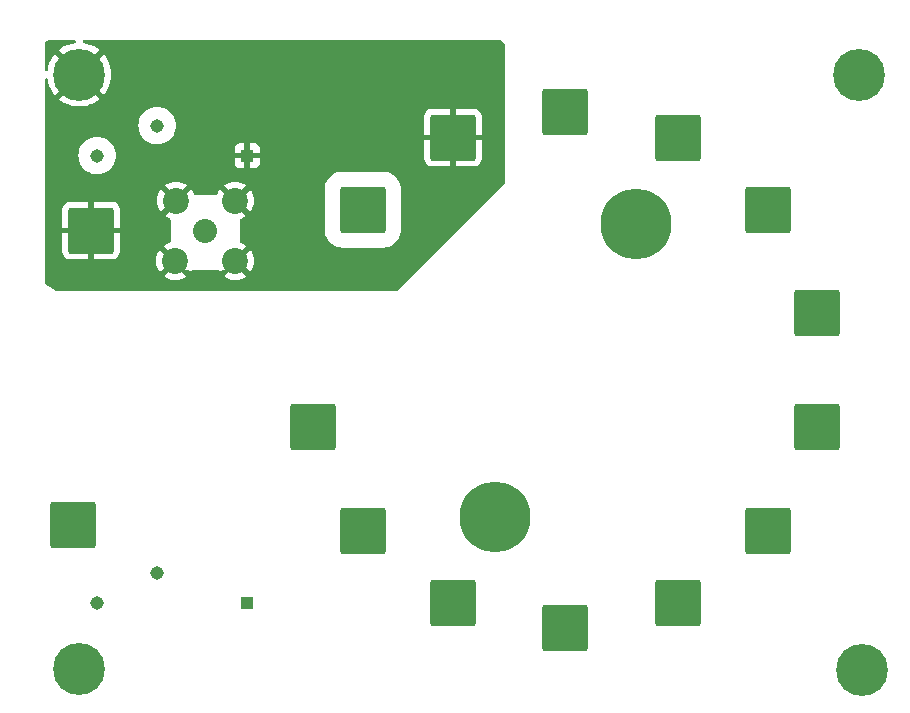
<source format=gbr>
%TF.GenerationSoftware,KiCad,Pcbnew,7.0.2-27-g7a50654f3b*%
%TF.CreationDate,2023-06-01T09:40:15-07:00*%
%TF.ProjectId,14_pin_pmt_Rev2,31345f70-696e-45f7-906d-745f52657632,rev?*%
%TF.SameCoordinates,Original*%
%TF.FileFunction,Copper,L2,Bot*%
%TF.FilePolarity,Positive*%
%FSLAX46Y46*%
G04 Gerber Fmt 4.6, Leading zero omitted, Abs format (unit mm)*
G04 Created by KiCad (PCBNEW 7.0.2-27-g7a50654f3b) date 2023-06-01 09:40:15*
%MOMM*%
%LPD*%
G01*
G04 APERTURE LIST*
G04 Aperture macros list*
%AMRoundRect*
0 Rectangle with rounded corners*
0 $1 Rounding radius*
0 $2 $3 $4 $5 $6 $7 $8 $9 X,Y pos of 4 corners*
0 Add a 4 corners polygon primitive as box body*
4,1,4,$2,$3,$4,$5,$6,$7,$8,$9,$2,$3,0*
0 Add four circle primitives for the rounded corners*
1,1,$1+$1,$2,$3*
1,1,$1+$1,$4,$5*
1,1,$1+$1,$6,$7*
1,1,$1+$1,$8,$9*
0 Add four rect primitives between the rounded corners*
20,1,$1+$1,$2,$3,$4,$5,0*
20,1,$1+$1,$4,$5,$6,$7,0*
20,1,$1+$1,$6,$7,$8,$9,0*
20,1,$1+$1,$8,$9,$2,$3,0*%
G04 Aperture macros list end*
%TA.AperFunction,ComponentPad*%
%ADD10R,1.140000X1.140000*%
%TD*%
%TA.AperFunction,ComponentPad*%
%ADD11C,1.140000*%
%TD*%
%TA.AperFunction,ComponentPad*%
%ADD12RoundRect,0.250002X-1.699998X-1.699998X1.699998X-1.699998X1.699998X1.699998X-1.699998X1.699998X0*%
%TD*%
%TA.AperFunction,ComponentPad*%
%ADD13C,0.700000*%
%TD*%
%TA.AperFunction,ComponentPad*%
%ADD14C,4.400000*%
%TD*%
%TA.AperFunction,ComponentPad*%
%ADD15C,0.800000*%
%TD*%
%TA.AperFunction,ComponentPad*%
%ADD16C,6.000000*%
%TD*%
%TA.AperFunction,ComponentPad*%
%ADD17C,2.032000*%
%TD*%
%TA.AperFunction,ComponentPad*%
%ADD18C,2.200000*%
%TD*%
G04 APERTURE END LIST*
D10*
%TO.P,POT2,1,1*%
%TO.N,Net-(C2-Pad1)*%
X143256000Y-111760000D03*
D11*
%TO.P,POT2,2,2*%
%TO.N,Net-(J12-Pin_1)*%
X135636000Y-109220000D03*
%TO.P,POT2,3,3*%
X130556000Y-111760000D03*
%TD*%
D12*
%TO.P,J17,1,Pin_1*%
%TO.N,GND*%
X130048000Y-80264000D03*
%TD*%
%TO.P,J14,1,Pin_1*%
%TO.N,GND*%
X160655000Y-72390000D03*
%TD*%
D13*
%TO.P,H3,1,1*%
%TO.N,unconnected-(H3-Pad1)*%
X127382000Y-117348000D03*
X127865274Y-116181274D03*
X127865274Y-118514726D03*
X129032000Y-115698000D03*
D14*
X129032000Y-117348000D03*
D13*
X129032000Y-118998000D03*
X130198726Y-116181274D03*
X130198726Y-118514726D03*
X130682000Y-117348000D03*
%TD*%
D12*
%TO.P,J9,1,Pin_1*%
%TO.N,Net-(J9-Pin_1)*%
X160655000Y-111760000D03*
%TD*%
D13*
%TO.P,H2,1,1*%
%TO.N,unconnected-(H2-Pad1)*%
X193422000Y-67056000D03*
X193905274Y-65889274D03*
X193905274Y-68222726D03*
X195072000Y-65406000D03*
D14*
X195072000Y-67056000D03*
D13*
X195072000Y-68706000D03*
X196238726Y-65889274D03*
X196238726Y-68222726D03*
X196722000Y-67056000D03*
%TD*%
D12*
%TO.P,J12,1,Pin_1*%
%TO.N,Net-(J12-Pin_1)*%
X128524000Y-105156000D03*
%TD*%
D15*
%TO.P,H6,1,1*%
%TO.N,unconnected-(H6-Pad1)*%
X161961000Y-104485000D03*
X162620010Y-102894010D03*
X162620010Y-106075990D03*
X164211000Y-102235000D03*
D16*
X164211000Y-104485000D03*
D15*
X164211000Y-106735000D03*
X165801990Y-102894010D03*
X165801990Y-106075990D03*
X166461000Y-104485000D03*
%TD*%
D12*
%TO.P,J1,1,Pin_1*%
%TO.N,Net-(J1-Pin_1)*%
X170180000Y-70231000D03*
%TD*%
D17*
%TO.P,J15,1,1*%
%TO.N,Net-(C3-Pad1)*%
X139700000Y-80289400D03*
D18*
%TO.P,J15,2,2*%
%TO.N,GND*%
X137160000Y-82829400D03*
%TO.P,J15,3,3*%
X142240000Y-82829400D03*
%TO.P,J15,4,4*%
X142240000Y-77724000D03*
%TO.P,J15,5,5*%
X137236200Y-77724000D03*
%TD*%
D12*
%TO.P,J8,1,Pin_1*%
%TO.N,Net-(J8-Pin_1)*%
X170180000Y-113919000D03*
%TD*%
D15*
%TO.P,H5,1,1*%
%TO.N,unconnected-(H5-Pad1)*%
X173959010Y-79695990D03*
X174618020Y-78105000D03*
X174618020Y-81286980D03*
X176209010Y-77445990D03*
D16*
X176209010Y-79695990D03*
D15*
X176209010Y-81945990D03*
X177800000Y-78105000D03*
X177800000Y-81286980D03*
X178459010Y-79695990D03*
%TD*%
D12*
%TO.P,J3,1,Pin_1*%
%TO.N,Net-(J3-Pin_1)*%
X187325000Y-78486000D03*
%TD*%
%TO.P,J5,1,Pin_1*%
%TO.N,Net-(J5-Pin_1)*%
X191516000Y-96901000D03*
%TD*%
%TO.P,J4,1,Pin_1*%
%TO.N,Net-(J4-Pin_1)*%
X191516000Y-87249000D03*
%TD*%
%TO.P,J6,1,Pin_1*%
%TO.N,Net-(J6-Pin_1)*%
X187325000Y-105664000D03*
%TD*%
%TO.P,J2,1,Pin_1*%
%TO.N,Net-(J2-Pin_1)*%
X179705000Y-72390000D03*
%TD*%
D13*
%TO.P,H4,1,1*%
%TO.N,unconnected-(H4-Pad1)*%
X193699726Y-117474000D03*
X194183000Y-116307274D03*
X194183000Y-118640726D03*
X195349726Y-115824000D03*
D14*
X195349726Y-117474000D03*
D13*
X195349726Y-119124000D03*
X196516452Y-116307274D03*
X196516452Y-118640726D03*
X196999726Y-117474000D03*
%TD*%
D12*
%TO.P,J11,1,Pin_1*%
%TO.N,Net-(J11-Pin_1)*%
X148844000Y-96901000D03*
%TD*%
D10*
%TO.P,POT1,1,1*%
%TO.N,GND*%
X143256000Y-73914000D03*
D11*
%TO.P,POT1,2,2*%
%TO.N,Net-(J13-Pin_1)*%
X135636000Y-71374000D03*
%TO.P,POT1,3,3*%
%TO.N,Net-(J1-Pin_1)*%
X130556000Y-73914000D03*
%TD*%
D12*
%TO.P,J13,1,Pin_1*%
%TO.N,Net-(J13-Pin_1)*%
X153035000Y-78486000D03*
%TD*%
%TO.P,J7,1,Pin_1*%
%TO.N,Net-(J7-Pin_1)*%
X179705000Y-111760000D03*
%TD*%
D13*
%TO.P,H1,1,1*%
%TO.N,GND*%
X127382000Y-67056000D03*
X127865274Y-65889274D03*
X127865274Y-68222726D03*
X129032000Y-65406000D03*
D14*
X129032000Y-67056000D03*
D13*
X129032000Y-68706000D03*
X130198726Y-65889274D03*
X130198726Y-68222726D03*
X130682000Y-67056000D03*
%TD*%
D12*
%TO.P,J10,1,Pin_1*%
%TO.N,Net-(J10-Pin_1)*%
X153035000Y-105664000D03*
%TD*%
%TA.AperFunction,Conductor*%
%TO.N,GND*%
G36*
X128692354Y-64155185D02*
G01*
X128738109Y-64207989D01*
X128748053Y-64277147D01*
X128719028Y-64340703D01*
X128660250Y-64378477D01*
X128647666Y-64381469D01*
X128388348Y-64428990D01*
X128381092Y-64430778D01*
X128076386Y-64525729D01*
X128069410Y-64528374D01*
X127778368Y-64659362D01*
X127771748Y-64662836D01*
X127498626Y-64827945D01*
X127492474Y-64832191D01*
X127307030Y-64977476D01*
X127307030Y-64977477D01*
X128448693Y-66119140D01*
X128434590Y-66126411D01*
X128269460Y-66256271D01*
X128131890Y-66415035D01*
X128097334Y-66474887D01*
X127557370Y-65934923D01*
X127665274Y-65934923D01*
X127704887Y-66017179D01*
X127776266Y-66074101D01*
X127842742Y-66089274D01*
X127887806Y-66089274D01*
X127954282Y-66074101D01*
X128025661Y-66017179D01*
X128065274Y-65934923D01*
X128065274Y-65843625D01*
X128025661Y-65761369D01*
X127954282Y-65704447D01*
X127887806Y-65689274D01*
X127842742Y-65689274D01*
X127776266Y-65704447D01*
X127704887Y-65761369D01*
X127665274Y-65843625D01*
X127665274Y-65934923D01*
X127557370Y-65934923D01*
X126953477Y-65331030D01*
X126953476Y-65331030D01*
X126808191Y-65516474D01*
X126803945Y-65522626D01*
X126638836Y-65795748D01*
X126635362Y-65802368D01*
X126504374Y-66093410D01*
X126501729Y-66100386D01*
X126406778Y-66405092D01*
X126404991Y-66412345D01*
X126357468Y-66671672D01*
X126326022Y-66734065D01*
X126265835Y-66769552D01*
X126196017Y-66766866D01*
X126138734Y-66726861D01*
X126112174Y-66662236D01*
X126111499Y-66649320D01*
X126111499Y-64524127D01*
X126112560Y-64507941D01*
X126122334Y-64433704D01*
X126130712Y-64402437D01*
X126156230Y-64340831D01*
X126172413Y-64312800D01*
X126213012Y-64259891D01*
X126235891Y-64237012D01*
X126288800Y-64196413D01*
X126316829Y-64180230D01*
X126378438Y-64154711D01*
X126409704Y-64146334D01*
X126483940Y-64136561D01*
X126500126Y-64135500D01*
X128625315Y-64135500D01*
X128692354Y-64155185D01*
G37*
%TD.AperFunction*%
%TA.AperFunction,Conductor*%
G36*
X164735177Y-64155185D02*
G01*
X164755819Y-64171819D01*
X165063682Y-64479682D01*
X165097166Y-64541003D01*
X165100000Y-64567361D01*
X165100000Y-76148638D01*
X165080315Y-76215677D01*
X165063681Y-76236319D01*
X155992319Y-85307681D01*
X155930996Y-85341166D01*
X155904638Y-85344000D01*
X127037544Y-85344000D01*
X126970505Y-85324315D01*
X126968761Y-85323174D01*
X126166716Y-84788477D01*
X126121855Y-84734912D01*
X126111499Y-84685303D01*
X126111499Y-82829400D01*
X135555052Y-82829400D01*
X135574812Y-83080470D01*
X135633603Y-83325356D01*
X135729982Y-83558032D01*
X135861570Y-83772765D01*
X135862265Y-83773578D01*
X135862266Y-83773578D01*
X136408766Y-83227078D01*
X136452316Y-83309222D01*
X136572009Y-83450135D01*
X136719195Y-83562023D01*
X136758754Y-83580325D01*
X136742681Y-83600271D01*
X136215819Y-84127132D01*
X136215820Y-84127133D01*
X136216631Y-84127827D01*
X136431372Y-84259419D01*
X136664043Y-84355796D01*
X136908929Y-84414587D01*
X137160000Y-84434347D01*
X137411070Y-84414587D01*
X137655956Y-84355796D01*
X137888632Y-84259417D01*
X138103364Y-84127830D01*
X138104179Y-84127132D01*
X137754727Y-83777681D01*
X137721242Y-83716358D01*
X137726226Y-83646667D01*
X137768097Y-83590733D01*
X137833562Y-83566316D01*
X137842408Y-83566000D01*
X138198792Y-83566000D01*
X138265831Y-83585685D01*
X138286473Y-83602319D01*
X138457732Y-83773579D01*
X138458430Y-83772764D01*
X138548852Y-83625210D01*
X138600663Y-83578335D01*
X138654579Y-83566000D01*
X140745421Y-83566000D01*
X140812460Y-83585685D01*
X140851148Y-83625210D01*
X140941570Y-83772765D01*
X140942265Y-83773578D01*
X140942266Y-83773578D01*
X141113527Y-83602319D01*
X141174850Y-83568834D01*
X141201208Y-83566000D01*
X141557591Y-83566000D01*
X141624630Y-83585685D01*
X141670385Y-83638489D01*
X141680329Y-83707647D01*
X141651304Y-83771203D01*
X141645272Y-83777681D01*
X141295819Y-84127132D01*
X141295820Y-84127133D01*
X141296631Y-84127827D01*
X141511372Y-84259419D01*
X141744043Y-84355796D01*
X141988929Y-84414587D01*
X142239999Y-84434347D01*
X142491070Y-84414587D01*
X142735956Y-84355796D01*
X142968632Y-84259417D01*
X143183364Y-84127830D01*
X143184179Y-84127132D01*
X142657319Y-83600272D01*
X142645002Y-83577715D01*
X142757431Y-83510069D01*
X142891658Y-83382923D01*
X142994861Y-83230708D01*
X143537732Y-83773579D01*
X143538430Y-83772764D01*
X143670017Y-83558032D01*
X143766396Y-83325356D01*
X143825187Y-83080470D01*
X143844947Y-82829399D01*
X143825187Y-82578329D01*
X143766396Y-82333443D01*
X143670019Y-82100772D01*
X143538427Y-81886031D01*
X143537733Y-81885220D01*
X143537732Y-81885219D01*
X142991232Y-82431719D01*
X142947684Y-82349578D01*
X142827991Y-82208665D01*
X142680805Y-82096777D01*
X142641244Y-82078474D01*
X142657319Y-82058526D01*
X143184178Y-81531666D01*
X143184178Y-81531665D01*
X143183365Y-81530970D01*
X142968632Y-81399382D01*
X142735958Y-81303004D01*
X142716051Y-81298225D01*
X142655460Y-81263433D01*
X142623297Y-81201406D01*
X142621000Y-81177651D01*
X142621000Y-80253905D01*
X149814500Y-80253905D01*
X149814501Y-80256066D01*
X149814654Y-80258244D01*
X149814655Y-80258250D01*
X149824685Y-80400326D01*
X149878623Y-80639823D01*
X149970281Y-80867564D01*
X149970282Y-80867566D01*
X150097286Y-81077657D01*
X150256347Y-81264653D01*
X150443343Y-81423714D01*
X150653434Y-81550718D01*
X150881176Y-81642376D01*
X151120673Y-81696315D01*
X151264933Y-81706500D01*
X154805066Y-81706499D01*
X154949327Y-81696315D01*
X155188824Y-81642376D01*
X155416566Y-81550718D01*
X155626657Y-81423714D01*
X155813653Y-81264653D01*
X155972714Y-81077657D01*
X156099718Y-80867566D01*
X156191376Y-80639824D01*
X156245315Y-80400327D01*
X156255500Y-80256067D01*
X156255499Y-76715934D01*
X156245315Y-76571673D01*
X156191376Y-76332176D01*
X156099718Y-76104434D01*
X155972714Y-75894343D01*
X155813653Y-75707347D01*
X155626657Y-75548286D01*
X155416566Y-75421282D01*
X155416564Y-75421281D01*
X155188823Y-75329623D01*
X154949327Y-75275685D01*
X154807250Y-75265654D01*
X154807246Y-75265653D01*
X154805067Y-75265500D01*
X154802879Y-75265500D01*
X151267122Y-75265500D01*
X151267093Y-75265500D01*
X151264934Y-75265501D01*
X151262756Y-75265654D01*
X151262749Y-75265655D01*
X151120673Y-75275685D01*
X150881176Y-75329623D01*
X150653435Y-75421281D01*
X150443342Y-75548286D01*
X150256347Y-75707347D01*
X150097286Y-75894342D01*
X149970281Y-76104435D01*
X149878623Y-76332176D01*
X149857433Y-76426265D01*
X149824685Y-76571673D01*
X149814500Y-76715933D01*
X149814500Y-76718119D01*
X149814500Y-76718120D01*
X149814500Y-80253877D01*
X149814500Y-80253905D01*
X142621000Y-80253905D01*
X142621000Y-79375748D01*
X142640685Y-79308709D01*
X142693489Y-79262954D01*
X142716054Y-79255174D01*
X142735954Y-79250396D01*
X142968632Y-79154017D01*
X143183364Y-79022430D01*
X143184179Y-79021732D01*
X142657319Y-78494872D01*
X142645002Y-78472315D01*
X142757431Y-78404669D01*
X142891658Y-78277523D01*
X142994861Y-78125308D01*
X143537732Y-78668179D01*
X143538430Y-78667364D01*
X143670017Y-78452632D01*
X143766396Y-78219956D01*
X143825187Y-77975070D01*
X143844947Y-77723999D01*
X143825187Y-77472929D01*
X143766396Y-77228043D01*
X143670019Y-76995372D01*
X143538427Y-76780631D01*
X143537733Y-76779820D01*
X143537732Y-76779819D01*
X142991232Y-77326319D01*
X142947684Y-77244178D01*
X142827991Y-77103265D01*
X142680805Y-76991377D01*
X142638596Y-76971849D01*
X143184178Y-76426266D01*
X143184178Y-76426265D01*
X143183365Y-76425570D01*
X142968632Y-76293982D01*
X142735956Y-76197603D01*
X142491070Y-76138812D01*
X142240000Y-76119052D01*
X141988929Y-76138812D01*
X141744043Y-76197603D01*
X141511367Y-76293982D01*
X141296635Y-76425569D01*
X141295820Y-76426265D01*
X141295820Y-76426266D01*
X141841391Y-76971837D01*
X141722569Y-77043331D01*
X141588342Y-77170477D01*
X141557477Y-77216000D01*
X141429808Y-77216000D01*
X141362769Y-77196315D01*
X141342127Y-77179681D01*
X140942266Y-76779820D01*
X140942265Y-76779820D01*
X140941569Y-76780635D01*
X140809980Y-76995369D01*
X140750300Y-77139452D01*
X140706460Y-77193856D01*
X140640166Y-77215921D01*
X140635739Y-77216000D01*
X138840461Y-77216000D01*
X138773422Y-77196315D01*
X138727667Y-77143511D01*
X138725900Y-77139452D01*
X138666219Y-76995369D01*
X138534631Y-76780636D01*
X138533933Y-76779820D01*
X138533932Y-76779819D01*
X138134073Y-77179681D01*
X138072750Y-77213166D01*
X138046392Y-77216000D01*
X137919949Y-77216000D01*
X137824191Y-77103265D01*
X137677005Y-76991377D01*
X137634796Y-76971849D01*
X138180378Y-76426266D01*
X138180378Y-76426265D01*
X138179565Y-76425570D01*
X137964832Y-76293982D01*
X137732156Y-76197603D01*
X137487270Y-76138812D01*
X137236200Y-76119052D01*
X136985129Y-76138812D01*
X136740243Y-76197603D01*
X136507567Y-76293982D01*
X136292835Y-76425569D01*
X136292020Y-76426265D01*
X136292020Y-76426266D01*
X136837591Y-76971837D01*
X136718769Y-77043331D01*
X136584542Y-77170477D01*
X136481338Y-77322691D01*
X135938466Y-76779820D01*
X135938465Y-76779820D01*
X135937769Y-76780635D01*
X135806182Y-76995367D01*
X135709803Y-77228043D01*
X135651012Y-77472929D01*
X135631252Y-77724000D01*
X135651012Y-77975070D01*
X135709803Y-78219956D01*
X135806182Y-78452632D01*
X135937770Y-78667365D01*
X135938465Y-78668178D01*
X135938466Y-78668178D01*
X136484966Y-78121678D01*
X136528516Y-78203822D01*
X136648209Y-78344735D01*
X136779000Y-78444159D01*
X136779000Y-78483390D01*
X136759315Y-78550429D01*
X136742681Y-78571071D01*
X136292019Y-79021732D01*
X136292020Y-79021733D01*
X136292831Y-79022427D01*
X136507572Y-79154019D01*
X136702453Y-79234742D01*
X136756856Y-79278583D01*
X136778921Y-79344877D01*
X136779000Y-79349303D01*
X136779000Y-81177651D01*
X136759315Y-81244690D01*
X136706511Y-81290445D01*
X136683949Y-81298225D01*
X136664041Y-81303004D01*
X136431367Y-81399382D01*
X136216635Y-81530969D01*
X136215820Y-81531665D01*
X136215820Y-81531666D01*
X136742681Y-82058527D01*
X136754998Y-82081084D01*
X136642569Y-82148731D01*
X136508342Y-82275877D01*
X136405138Y-82428091D01*
X135862266Y-81885220D01*
X135862265Y-81885220D01*
X135861569Y-81886035D01*
X135729982Y-82100767D01*
X135633603Y-82333443D01*
X135574812Y-82578329D01*
X135555052Y-82829400D01*
X126111499Y-82829400D01*
X126111499Y-80014000D01*
X127598000Y-80014000D01*
X129026589Y-80014000D01*
X129013192Y-80058164D01*
X128992919Y-80264000D01*
X129013192Y-80469836D01*
X129026589Y-80514000D01*
X127598001Y-80514000D01*
X127598001Y-82010827D01*
X127598321Y-82017109D01*
X127608493Y-82116693D01*
X127663642Y-82283120D01*
X127755683Y-82432344D01*
X127879655Y-82556316D01*
X128028879Y-82648357D01*
X128195305Y-82703506D01*
X128294892Y-82713680D01*
X128301170Y-82713999D01*
X129797999Y-82713999D01*
X129798000Y-82713998D01*
X129798000Y-81285411D01*
X129842164Y-81298808D01*
X129996412Y-81314000D01*
X130099588Y-81314000D01*
X130253836Y-81298808D01*
X130297999Y-81285411D01*
X130297999Y-82713999D01*
X131794827Y-82713999D01*
X131801109Y-82713678D01*
X131900693Y-82703506D01*
X132067120Y-82648357D01*
X132216344Y-82556316D01*
X132340316Y-82432344D01*
X132432357Y-82283120D01*
X132487506Y-82116694D01*
X132497680Y-82017107D01*
X132498000Y-82010829D01*
X132498000Y-80514000D01*
X131069411Y-80514000D01*
X131082808Y-80469836D01*
X131103081Y-80264000D01*
X131082808Y-80058164D01*
X131069411Y-80014000D01*
X132497999Y-80014000D01*
X132497999Y-78517172D01*
X132497678Y-78510890D01*
X132487506Y-78411306D01*
X132432357Y-78244879D01*
X132340316Y-78095655D01*
X132216344Y-77971683D01*
X132067120Y-77879642D01*
X131900694Y-77824493D01*
X131801107Y-77814319D01*
X131794830Y-77814000D01*
X130297999Y-77814000D01*
X130297999Y-79242588D01*
X130253836Y-79229192D01*
X130099588Y-79214000D01*
X129996412Y-79214000D01*
X129842164Y-79229192D01*
X129798000Y-79242588D01*
X129798000Y-77814000D01*
X128301172Y-77814000D01*
X128294890Y-77814321D01*
X128195306Y-77824493D01*
X128028879Y-77879642D01*
X127879655Y-77971683D01*
X127755683Y-78095655D01*
X127663642Y-78244879D01*
X127608493Y-78411305D01*
X127598319Y-78510892D01*
X127598000Y-78517170D01*
X127598000Y-80014000D01*
X126111499Y-80014000D01*
X126111499Y-73913999D01*
X128964594Y-73913999D01*
X128984187Y-74162952D01*
X129042482Y-74405771D01*
X129093326Y-74528518D01*
X129138047Y-74636483D01*
X129268526Y-74849405D01*
X129430706Y-75039294D01*
X129620595Y-75201474D01*
X129833517Y-75331953D01*
X130003964Y-75402554D01*
X130064228Y-75427517D01*
X130140940Y-75445933D01*
X130307049Y-75485813D01*
X130556000Y-75505406D01*
X130804951Y-75485813D01*
X131047771Y-75427517D01*
X131278483Y-75331953D01*
X131491405Y-75201474D01*
X131681294Y-75039294D01*
X131843474Y-74849405D01*
X131973953Y-74636483D01*
X132018674Y-74528518D01*
X142186000Y-74528518D01*
X142186354Y-74535132D01*
X142192400Y-74591371D01*
X142242647Y-74726089D01*
X142328811Y-74841188D01*
X142443910Y-74927352D01*
X142578628Y-74977599D01*
X142634867Y-74983645D01*
X142641482Y-74984000D01*
X143006000Y-74984000D01*
X143006000Y-74188281D01*
X143077465Y-74243905D01*
X143194258Y-74284000D01*
X143286658Y-74284000D01*
X143377800Y-74268791D01*
X143486401Y-74210019D01*
X143505999Y-74188728D01*
X143506000Y-74984000D01*
X143870518Y-74984000D01*
X143877132Y-74983645D01*
X143933371Y-74977599D01*
X144068089Y-74927352D01*
X144183188Y-74841188D01*
X144269352Y-74726089D01*
X144319599Y-74591371D01*
X144325645Y-74535132D01*
X144326000Y-74528518D01*
X144326000Y-74164000D01*
X143528765Y-74164000D01*
X143570035Y-74119169D01*
X143619638Y-74006086D01*
X143629835Y-73883023D01*
X143599521Y-73763318D01*
X143534634Y-73664000D01*
X144326000Y-73664000D01*
X144326000Y-73299481D01*
X144325645Y-73292867D01*
X144319599Y-73236628D01*
X144269352Y-73101910D01*
X144183188Y-72986811D01*
X144068089Y-72900647D01*
X143933371Y-72850400D01*
X143877132Y-72844354D01*
X143870518Y-72844000D01*
X143506000Y-72844000D01*
X143506000Y-73639718D01*
X143434535Y-73584095D01*
X143317742Y-73544000D01*
X143225342Y-73544000D01*
X143134200Y-73559209D01*
X143025599Y-73617981D01*
X143006000Y-73639271D01*
X143006000Y-72844000D01*
X142641482Y-72844000D01*
X142634867Y-72844354D01*
X142578628Y-72850400D01*
X142443910Y-72900647D01*
X142328811Y-72986811D01*
X142242647Y-73101910D01*
X142192400Y-73236628D01*
X142186354Y-73292867D01*
X142186000Y-73299481D01*
X142186000Y-73664000D01*
X142983235Y-73664000D01*
X142941965Y-73708831D01*
X142892362Y-73821914D01*
X142882165Y-73944977D01*
X142912479Y-74064682D01*
X142977366Y-74164000D01*
X142186000Y-74164000D01*
X142186000Y-74528518D01*
X132018674Y-74528518D01*
X132069517Y-74405771D01*
X132127813Y-74162951D01*
X132147406Y-73914000D01*
X132127813Y-73665049D01*
X132087933Y-73498940D01*
X132069517Y-73422228D01*
X132018673Y-73299481D01*
X131973953Y-73191517D01*
X131843474Y-72978595D01*
X131681294Y-72788706D01*
X131491405Y-72626526D01*
X131278483Y-72496047D01*
X131193259Y-72460746D01*
X131047771Y-72400482D01*
X130804952Y-72342187D01*
X130680475Y-72332390D01*
X130556000Y-72322594D01*
X130555999Y-72322594D01*
X130307047Y-72342187D01*
X130064228Y-72400482D01*
X129833515Y-72496048D01*
X129620596Y-72626525D01*
X129430706Y-72788706D01*
X129268525Y-72978596D01*
X129138048Y-73191515D01*
X129042482Y-73422228D01*
X128984187Y-73665047D01*
X128964594Y-73913999D01*
X126111499Y-73913999D01*
X126111499Y-71374000D01*
X134044594Y-71374000D01*
X134064187Y-71622952D01*
X134122482Y-71865771D01*
X134172382Y-71986238D01*
X134218047Y-72096483D01*
X134348526Y-72309405D01*
X134510706Y-72499294D01*
X134700595Y-72661474D01*
X134913517Y-72791953D01*
X135054621Y-72850400D01*
X135144228Y-72887517D01*
X135198919Y-72900647D01*
X135387049Y-72945813D01*
X135636000Y-72965406D01*
X135884951Y-72945813D01*
X136127771Y-72887517D01*
X136358483Y-72791953D01*
X136571405Y-72661474D01*
X136761294Y-72499294D01*
X136923474Y-72309405D01*
X137027286Y-72140000D01*
X158205000Y-72140000D01*
X159633589Y-72140000D01*
X159620192Y-72184164D01*
X159599919Y-72390000D01*
X159620192Y-72595836D01*
X159633589Y-72640000D01*
X158205001Y-72640000D01*
X158205001Y-74136827D01*
X158205321Y-74143109D01*
X158215493Y-74242693D01*
X158270642Y-74409120D01*
X158362683Y-74558344D01*
X158486655Y-74682316D01*
X158635879Y-74774357D01*
X158802305Y-74829506D01*
X158901892Y-74839680D01*
X158908170Y-74839999D01*
X160404999Y-74839999D01*
X160405000Y-74839998D01*
X160405000Y-73411411D01*
X160449164Y-73424808D01*
X160603412Y-73440000D01*
X160706588Y-73440000D01*
X160860836Y-73424808D01*
X160905000Y-73411411D01*
X160905000Y-74839999D01*
X162401827Y-74839999D01*
X162408109Y-74839678D01*
X162507693Y-74829506D01*
X162674120Y-74774357D01*
X162823344Y-74682316D01*
X162947316Y-74558344D01*
X163039357Y-74409120D01*
X163094506Y-74242694D01*
X163104680Y-74143107D01*
X163105000Y-74136829D01*
X163105000Y-72640000D01*
X161676411Y-72640000D01*
X161689808Y-72595836D01*
X161710081Y-72390000D01*
X161689808Y-72184164D01*
X161676411Y-72140000D01*
X163104999Y-72140000D01*
X163104999Y-70643172D01*
X163104678Y-70636890D01*
X163094506Y-70537306D01*
X163039357Y-70370879D01*
X162947316Y-70221655D01*
X162823344Y-70097683D01*
X162674120Y-70005642D01*
X162507694Y-69950493D01*
X162408107Y-69940319D01*
X162401830Y-69940000D01*
X160905000Y-69940000D01*
X160905000Y-71368588D01*
X160860836Y-71355192D01*
X160706588Y-71340000D01*
X160603412Y-71340000D01*
X160449164Y-71355192D01*
X160405000Y-71368588D01*
X160405000Y-69940000D01*
X158908172Y-69940000D01*
X158901890Y-69940321D01*
X158802306Y-69950493D01*
X158635879Y-70005642D01*
X158486655Y-70097683D01*
X158362683Y-70221655D01*
X158270642Y-70370879D01*
X158215493Y-70537305D01*
X158205319Y-70636892D01*
X158205000Y-70643170D01*
X158205000Y-72140000D01*
X137027286Y-72140000D01*
X137053953Y-72096483D01*
X137149517Y-71865771D01*
X137207813Y-71622951D01*
X137227406Y-71374000D01*
X137207813Y-71125049D01*
X137149517Y-70882229D01*
X137053953Y-70651517D01*
X136923474Y-70438595D01*
X136761294Y-70248706D01*
X136571405Y-70086526D01*
X136358483Y-69956047D01*
X136273259Y-69920746D01*
X136127771Y-69860482D01*
X135884952Y-69802187D01*
X135760475Y-69792390D01*
X135636000Y-69782594D01*
X135635999Y-69782594D01*
X135387047Y-69802187D01*
X135144228Y-69860482D01*
X134913515Y-69956048D01*
X134700596Y-70086525D01*
X134510706Y-70248706D01*
X134348525Y-70438596D01*
X134218048Y-70651515D01*
X134122482Y-70882228D01*
X134064187Y-71125047D01*
X134044594Y-71374000D01*
X126111499Y-71374000D01*
X126111499Y-67462679D01*
X126131184Y-67395640D01*
X126183988Y-67349885D01*
X126253146Y-67339941D01*
X126316702Y-67368966D01*
X126354476Y-67427744D01*
X126357468Y-67440328D01*
X126404990Y-67699651D01*
X126406778Y-67706907D01*
X126501729Y-68011613D01*
X126504374Y-68018589D01*
X126635362Y-68309631D01*
X126638836Y-68316251D01*
X126803945Y-68589373D01*
X126808191Y-68595525D01*
X126953477Y-68780968D01*
X127466070Y-68268375D01*
X127665274Y-68268375D01*
X127704887Y-68350631D01*
X127776266Y-68407553D01*
X127842742Y-68422726D01*
X127887806Y-68422726D01*
X127954282Y-68407553D01*
X128025661Y-68350631D01*
X128065274Y-68268375D01*
X128065274Y-68177077D01*
X128025661Y-68094821D01*
X127954282Y-68037899D01*
X127887806Y-68022726D01*
X127842742Y-68022726D01*
X127776266Y-68037899D01*
X127704887Y-68094821D01*
X127665274Y-68177077D01*
X127665274Y-68268375D01*
X127466070Y-68268375D01*
X128096211Y-67638235D01*
X128196894Y-67779624D01*
X128348932Y-67924592D01*
X128451222Y-67990330D01*
X127307030Y-69134521D01*
X127307030Y-69134522D01*
X127492474Y-69279808D01*
X127498626Y-69284054D01*
X127771748Y-69449163D01*
X127778368Y-69452637D01*
X128069410Y-69583625D01*
X128076386Y-69586270D01*
X128381092Y-69681221D01*
X128388348Y-69683009D01*
X128702267Y-69740537D01*
X128709697Y-69741439D01*
X129028264Y-69760709D01*
X129035736Y-69760709D01*
X129354302Y-69741439D01*
X129361732Y-69740537D01*
X129675651Y-69683009D01*
X129682907Y-69681221D01*
X129987613Y-69586270D01*
X129994589Y-69583625D01*
X130285631Y-69452637D01*
X130292251Y-69449163D01*
X130565369Y-69284057D01*
X130571524Y-69279808D01*
X130756968Y-69134522D01*
X130756968Y-69134521D01*
X129890822Y-68268375D01*
X129998726Y-68268375D01*
X130038339Y-68350631D01*
X130109718Y-68407553D01*
X130176194Y-68422726D01*
X130221258Y-68422726D01*
X130287734Y-68407553D01*
X130359113Y-68350631D01*
X130398726Y-68268375D01*
X130398726Y-68177077D01*
X130359113Y-68094821D01*
X130287734Y-68037899D01*
X130221258Y-68022726D01*
X130176194Y-68022726D01*
X130109718Y-68037899D01*
X130038339Y-68094821D01*
X129998726Y-68177077D01*
X129998726Y-68268375D01*
X129890822Y-68268375D01*
X129615306Y-67992859D01*
X129629410Y-67985589D01*
X129794540Y-67855729D01*
X129932110Y-67696965D01*
X129966665Y-67637112D01*
X131110521Y-68780968D01*
X131110522Y-68780968D01*
X131255808Y-68595524D01*
X131260057Y-68589369D01*
X131425163Y-68316251D01*
X131428637Y-68309631D01*
X131559625Y-68018589D01*
X131562270Y-68011613D01*
X131657221Y-67706907D01*
X131659009Y-67699651D01*
X131716537Y-67385732D01*
X131717439Y-67378302D01*
X131736709Y-67059736D01*
X131736709Y-67052263D01*
X131717439Y-66733697D01*
X131716537Y-66726267D01*
X131659009Y-66412348D01*
X131657221Y-66405092D01*
X131562270Y-66100386D01*
X131559625Y-66093410D01*
X131428637Y-65802368D01*
X131425163Y-65795748D01*
X131260054Y-65522626D01*
X131255808Y-65516474D01*
X131110521Y-65331030D01*
X129967788Y-66473763D01*
X129867106Y-66332376D01*
X129715068Y-66187408D01*
X129612777Y-66121669D01*
X129799523Y-65934923D01*
X129998726Y-65934923D01*
X130038339Y-66017179D01*
X130109718Y-66074101D01*
X130176194Y-66089274D01*
X130221258Y-66089274D01*
X130287734Y-66074101D01*
X130359113Y-66017179D01*
X130398726Y-65934923D01*
X130398726Y-65843625D01*
X130359113Y-65761369D01*
X130287734Y-65704447D01*
X130221258Y-65689274D01*
X130176194Y-65689274D01*
X130109718Y-65704447D01*
X130038339Y-65761369D01*
X129998726Y-65843625D01*
X129998726Y-65934923D01*
X129799523Y-65934923D01*
X130756968Y-64977477D01*
X130756968Y-64977476D01*
X130571525Y-64832191D01*
X130565373Y-64827945D01*
X130292251Y-64662836D01*
X130285631Y-64659362D01*
X129994589Y-64528374D01*
X129987613Y-64525729D01*
X129682907Y-64430778D01*
X129675651Y-64428990D01*
X129416334Y-64381469D01*
X129353940Y-64350023D01*
X129318453Y-64289836D01*
X129321139Y-64220018D01*
X129361144Y-64162735D01*
X129425768Y-64136175D01*
X129438685Y-64135500D01*
X164668138Y-64135500D01*
X164735177Y-64155185D01*
G37*
%TD.AperFunction*%
%TD*%
M02*

</source>
